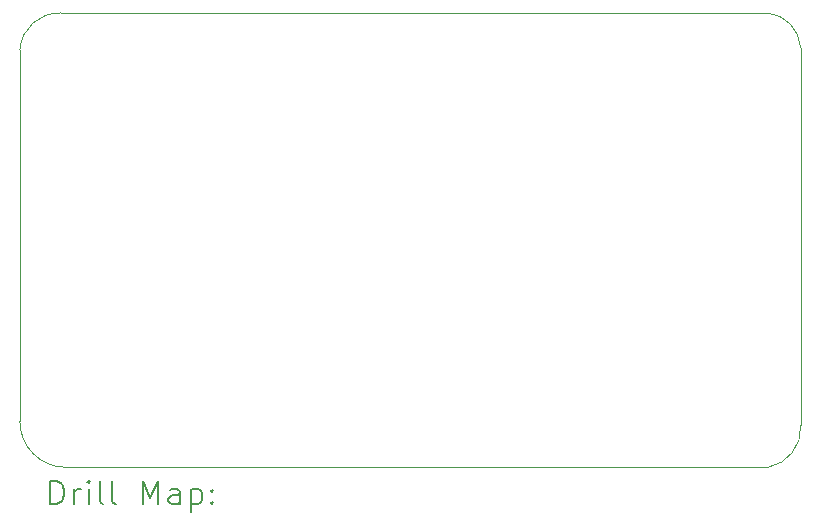
<source format=gbr>
%TF.GenerationSoftware,KiCad,Pcbnew,9.0.2*%
%TF.CreationDate,2025-05-20T18:37:11-06:00*%
%TF.ProjectId,test_kicad,74657374-5f6b-4696-9361-642e6b696361,rev?*%
%TF.SameCoordinates,Original*%
%TF.FileFunction,Drillmap*%
%TF.FilePolarity,Positive*%
%FSLAX45Y45*%
G04 Gerber Fmt 4.5, Leading zero omitted, Abs format (unit mm)*
G04 Created by KiCad (PCBNEW 9.0.2) date 2025-05-20 18:37:11*
%MOMM*%
%LPD*%
G01*
G04 APERTURE LIST*
%ADD10C,0.050000*%
%ADD11C,0.200000*%
G04 APERTURE END LIST*
D10*
X10500000Y-8890511D02*
G75*
G02*
X10109489Y-8500000I0J390511D01*
G01*
X10109489Y-5353936D02*
X10109489Y-8500000D01*
X10500000Y-8890511D02*
X16446456Y-8890000D01*
X16720000Y-5338201D02*
X16720912Y-8536157D01*
X10454297Y-5043507D02*
X16435459Y-5043000D01*
X10109489Y-5353936D02*
G75*
G02*
X10454297Y-5043472I333000J-23130D01*
G01*
X16720912Y-8536157D02*
G75*
G02*
X16446459Y-8890000I-338453J-20843D01*
G01*
X16435459Y-5043000D02*
G75*
G02*
X16720000Y-5338201I-27459J-311201D01*
G01*
D11*
X10367766Y-9204495D02*
X10367766Y-9004495D01*
X10367766Y-9004495D02*
X10415385Y-9004495D01*
X10415385Y-9004495D02*
X10443956Y-9014019D01*
X10443956Y-9014019D02*
X10463004Y-9033066D01*
X10463004Y-9033066D02*
X10472528Y-9052114D01*
X10472528Y-9052114D02*
X10482051Y-9090209D01*
X10482051Y-9090209D02*
X10482051Y-9118781D01*
X10482051Y-9118781D02*
X10472528Y-9156876D01*
X10472528Y-9156876D02*
X10463004Y-9175924D01*
X10463004Y-9175924D02*
X10443956Y-9194971D01*
X10443956Y-9194971D02*
X10415385Y-9204495D01*
X10415385Y-9204495D02*
X10367766Y-9204495D01*
X10567766Y-9204495D02*
X10567766Y-9071162D01*
X10567766Y-9109257D02*
X10577289Y-9090209D01*
X10577289Y-9090209D02*
X10586813Y-9080685D01*
X10586813Y-9080685D02*
X10605861Y-9071162D01*
X10605861Y-9071162D02*
X10624909Y-9071162D01*
X10691575Y-9204495D02*
X10691575Y-9071162D01*
X10691575Y-9004495D02*
X10682051Y-9014019D01*
X10682051Y-9014019D02*
X10691575Y-9023543D01*
X10691575Y-9023543D02*
X10701099Y-9014019D01*
X10701099Y-9014019D02*
X10691575Y-9004495D01*
X10691575Y-9004495D02*
X10691575Y-9023543D01*
X10815385Y-9204495D02*
X10796337Y-9194971D01*
X10796337Y-9194971D02*
X10786813Y-9175924D01*
X10786813Y-9175924D02*
X10786813Y-9004495D01*
X10920147Y-9204495D02*
X10901099Y-9194971D01*
X10901099Y-9194971D02*
X10891575Y-9175924D01*
X10891575Y-9175924D02*
X10891575Y-9004495D01*
X11148718Y-9204495D02*
X11148718Y-9004495D01*
X11148718Y-9004495D02*
X11215385Y-9147352D01*
X11215385Y-9147352D02*
X11282051Y-9004495D01*
X11282051Y-9004495D02*
X11282051Y-9204495D01*
X11463004Y-9204495D02*
X11463004Y-9099733D01*
X11463004Y-9099733D02*
X11453480Y-9080685D01*
X11453480Y-9080685D02*
X11434432Y-9071162D01*
X11434432Y-9071162D02*
X11396337Y-9071162D01*
X11396337Y-9071162D02*
X11377289Y-9080685D01*
X11463004Y-9194971D02*
X11443956Y-9204495D01*
X11443956Y-9204495D02*
X11396337Y-9204495D01*
X11396337Y-9204495D02*
X11377289Y-9194971D01*
X11377289Y-9194971D02*
X11367766Y-9175924D01*
X11367766Y-9175924D02*
X11367766Y-9156876D01*
X11367766Y-9156876D02*
X11377289Y-9137828D01*
X11377289Y-9137828D02*
X11396337Y-9128305D01*
X11396337Y-9128305D02*
X11443956Y-9128305D01*
X11443956Y-9128305D02*
X11463004Y-9118781D01*
X11558242Y-9071162D02*
X11558242Y-9271162D01*
X11558242Y-9080685D02*
X11577289Y-9071162D01*
X11577289Y-9071162D02*
X11615385Y-9071162D01*
X11615385Y-9071162D02*
X11634432Y-9080685D01*
X11634432Y-9080685D02*
X11643956Y-9090209D01*
X11643956Y-9090209D02*
X11653480Y-9109257D01*
X11653480Y-9109257D02*
X11653480Y-9166400D01*
X11653480Y-9166400D02*
X11643956Y-9185447D01*
X11643956Y-9185447D02*
X11634432Y-9194971D01*
X11634432Y-9194971D02*
X11615385Y-9204495D01*
X11615385Y-9204495D02*
X11577289Y-9204495D01*
X11577289Y-9204495D02*
X11558242Y-9194971D01*
X11739194Y-9185447D02*
X11748718Y-9194971D01*
X11748718Y-9194971D02*
X11739194Y-9204495D01*
X11739194Y-9204495D02*
X11729670Y-9194971D01*
X11729670Y-9194971D02*
X11739194Y-9185447D01*
X11739194Y-9185447D02*
X11739194Y-9204495D01*
X11739194Y-9080685D02*
X11748718Y-9090209D01*
X11748718Y-9090209D02*
X11739194Y-9099733D01*
X11739194Y-9099733D02*
X11729670Y-9090209D01*
X11729670Y-9090209D02*
X11739194Y-9080685D01*
X11739194Y-9080685D02*
X11739194Y-9099733D01*
M02*

</source>
